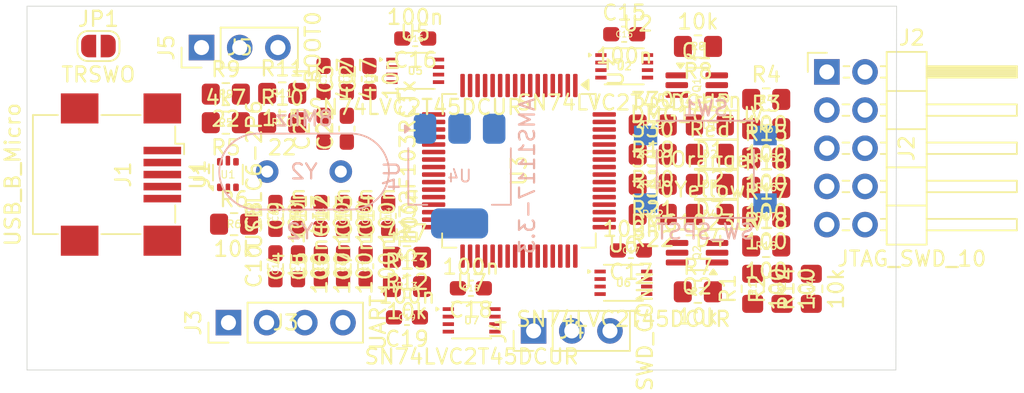
<source format=kicad_pcb>
(kicad_pcb (version 20240108) (generator "pcbnew") (generator_version "8.0")
  (layers (0 "F.Cu" signal) (31 "B.Cu" signal) (34 "B.Paste" user) (35 "F.Paste" user) (36 "B.SilkS" user "B.Silkscreen") (37 "F.SilkS" user "F.Silkscreen") (38 "B.Mask" user) (39 "F.Mask" user) (44 "Edge.Cuts" user))
  (net 0 "")
  (net 1 "+5V")
  (net 2 "GND")
  (net 3 "+3.3V")
  (net 4 "XPWR_JTAG")
  (net 5 "FILTERED_JTAG_PWR")
  (net 6 "Net-(D1-A)")
  (net 7 "Net-(D2-A)")
  (net 8 "Net-(D3-A)")
  (net 9 "Net-(D4-A)")
  (net 10 "Net-(J1-D+)")
  (net 11 "Net-(J1-D-)")
  (net 12 "/TDO")
  (net 13 "/RST")
  (net 14 "PWR_JTAG")
  (net 15 "/TMS")
  (net 16 "/TDI")
  (net 17 "/TCK")
  (net 19 "Net-(J3-Pin_2)")
  (net 20 "Net-(J3-Pin_3)")
  (net 21 "/SWDIO")
  (net 22 "/SWCLK")
  (net 23 "/BOOT0")
  (net 24 "/TRSWO")
  (net 25 "ITDO")
  (net 26 "XRST")
  (net 27 "IRST")
  (net 28 "IRST_SENSE")
  (net 29 "Net-(Q2A-S)")
  (net 30 "PWR_BRKOUT")
  (net 31 "XTXD")
  (net 32 "XRXD")
  (net 33 "VBUS")
  (net 34 "/USB+")
  (net 35 "Net-(R11-Pad1)")
  (net 36 "/USB-")
  (net 37 "Net-(R10-Pad1)")
  (net 38 "Net-(U3-PA8)")
  (net 39 "Net-(SW1-B)")
  (net 40 "XTCK")
  (net 41 "XTMS")
  (net 42 "XTDO")
  (net 43 "XTDI")
  (net 44 "LED2")
  (net 45 "LED1")
  (net 46 "LED0")
  (net 47 "ITXD")
  (net 50 "ITMS")
  (net 53 "Net-(U3-PD0)")
  (net 54 "Net-(U3-PD1)")
  (net 57 "ITMS_DIR")
  (net 67 "IRXD")
  (net 68 "ITDI")
  (net 70 "ITCK")
  (footprint "Capacitor_SMD:C_0603_1608Metric_Pad1.08x0.95mm_HandSolder" (layer "F.Cu") (at 130.675001 91.9 90)
    (property "Reference" "C8" (at -0.000001 -1.429999 270) (layer "F.SilkS"))
    (property "Value" "100n" (at 0.000001 1.429999 270) (layer "F.SilkS"))
    (fp_text user "${REFERENCE}" (at 0 0 270) (layer "F.SilkS") (effects (font (size 0.4 0.4) (thickness 0.06))))
    (pad "1" smd roundrect (at -0.8625 0 90) (size 1.075 0.95) (layers "F.Cu" "F.Paste" "F.Mask") (net 3 "+3.3V"))
    (pad "2" smd roundrect (at 0.8625 0 90) (size 1.075 0.95) (layers "F.Cu" "F.Paste" "F.Mask") (net 2 "GND"))
  )
  (footprint "Connector_PinHeader_2.54mm:PinHeader_1x04_P2.54mm_Vertical" (layer "F.Cu") (at 127.55 99.000001 90)
    (property "Reference" "J3" (at 0 -2.33 270) (layer "F.SilkS"))
    (property "Value" "UART" (at 0 9.95 270) (layer "F.SilkS"))
    (fp_text user "${REFERENCE}" (at 0 3.809999 0) (layer "F.SilkS"))
    (pad "1" thru_hole rect (at 0 0 90) (size 1.7 1.7) (drill 1) (layers "*.Cu" "*.Mask") (net 14 "PWR_JTAG"))
    (pad "2" thru_hole oval (at -0.000001 2.540001 90) (size 1.7 1.7) (drill 1) (layers "*.Cu" "*.Mask") (net 19 "Net-(J3-Pin_2)"))
    (pad "3" thru_hole oval (at 0 5.08 90) (size 1.7 1.7) (drill 1) (layers "*.Cu" "*.Mask") (net 20 "Net-(J3-Pin_3)"))
    (pad "4" thru_hole oval (at 0 7.62 90) (size 1.7 1.7) (drill 1) (layers "*.Cu" "*.Mask") (net 2 "GND"))
  )
  (footprint "Resistor_SMD:R_0805_2012Metric_Pad1.20x1.40mm_HandSolder" (layer "F.Cu") (at 139.425002 96.599999)
    (property "Reference" "R13" (at 0 -1.65 0) (layer "F.SilkS"))
    (property "Value" "10k" (at 0 1.65 0) (layer "F.SilkS"))
    (fp_text user "${REFERENCE}" (at 0 0 0) (layer "F.SilkS") (effects (font (size 0.5 0.5) (thickness 0.08))))
    (pad "1" smd roundrect (at -1 0) (size 1.2 1.4) (layers "F.Cu" "F.Paste" "F.Mask") (roundrect_rratio 0.208333) (net 2 "GND"))
    (pad "2" smd roundrect (at 1 0) (size 1.2 1.4) (layers "F.Cu" "F.Paste" "F.Mask") (roundrect_rratio 0.208333) (net 5 "FILTERED_JTAG_PWR"))
  )
  (footprint "Resistor_SMD:R_0805_2012Metric_Pad1.20x1.40mm_HandSolder" (layer "F.Cu") (at 127.375002 83.799999)
    (property "Reference" "R9" (at 0 -1.65 0) (layer "F.SilkS"))
    (property "Value" "22" (at 0 1.65 0) (layer "F.SilkS"))
    (fp_text user "${REFERENCE}" (at 0 0 0) (layer "F.SilkS") (effects (font (size 0.5 0.5) (thickness 0.08))))
    (pad "1" smd roundrect (at -1 0) (size 1.2 1.4) (layers "F.Cu" "F.Paste" "F.Mask") (roundrect_rratio 0.208333) (net 35 "Net-(R11-Pad1)"))
    (pad "2" smd roundrect (at 1 0) (size 1.2 1.4) (layers "F.Cu" "F.Paste" "F.Mask") (roundrect_rratio 0.208333) (net 34 "/USB+"))
  )
  (footprint "Resistor_SMD:R_0805_2012Metric_Pad1.20x1.40mm_HandSolder" (layer "F.Cu") (at 139.425002 94.649999 180)
    (property "Reference" "R12" (at 0 -1.649998 180) (layer "F.SilkS"))
    (property "Value" "4k7" (at 0 1.649998 180) (layer "F.SilkS"))
    (fp_text user "${REFERENCE}" (at 0 0 180) (layer "F.SilkS") (effects (font (size 0.5 0.5) (thickness 0.08))))
    (pad "1" smd roundrect (at -1 0 180) (size 1.2 1.4) (layers "F.Cu" "F.Paste" "F.Mask") (roundrect_rratio 0.208333) (net 5 "FILTERED_JTAG_PWR"))
    (pad "2" smd roundrect (at 1 0 180) (size 1.2 1.4) (layers "F.Cu" "F.Paste" "F.Mask") (roundrect_rratio 0.208333) (net 14 "PWR_JTAG"))
  )
  (footprint "Resistor_SMD:R_0805_2012Metric_Pad1.20x1.40mm_HandSolder" (layer "F.Cu") (at 163.325002 93.899999)
    (property "Reference" "R18" (at 0 -1.65 0) (layer "F.SilkS"))
    (property "Value" "100" (at 0 1.65 0) (layer "F.SilkS"))
    (fp_text user "${REFERENCE}" (at 0 0 0) (layer "F.SilkS") (effects (font (size 0.5 0.5) (thickness 0.08))))
    (pad "1" smd roundrect (at -1 0) (size 1.2 1.4) (layers "F.Cu" "F.Paste" "F.Mask") (roundrect_rratio 0.208333) (net 43 "XTDI"))
    (pad "2" smd roundrect (at 1 0) (size 1.2 1.4) (layers "F.Cu" "F.Paste" "F.Mask") (roundrect_rratio 0.208333) (net 16 "/TDI"))
  )
  (footprint "LED_SMD:LED_0805_2012Metric_Pad1.15x1.40mm_HandSolder" (layer "F.Cu") (at 159.575002 89.799999 180)
    (property "Reference" "D3" (at 0 -1.649998 180) (layer "F.SilkS"))
    (property "Value" "Orange" (at 0 1.649998 180) (layer "F.SilkS"))
    (fp_text user "${REFERENCE}" (at 0 0 180) (layer "F.SilkS") (effects (font (size 0.5 0.5) (thickness 0.08))))
    (pad "1" smd roundrect (at -1.024998 -0.000001 180) (size 1.15 1.4) (layers "F.Cu" "F.Paste" "F.Mask") (roundrect_rratio 0.217391) (net 2 "GND"))
    (pad "2" smd roundrect (at 1.024998 0.000001 180) (size 1.15 1.4) (layers "F.Cu" "F.Paste" "F.Mask") (roundrect_rratio 0.217391) (net 8 "Net-(D3-A)"))
  )
  (footprint "Resistor_SMD:R_0805_2012Metric_Pad1.20x1.40mm_HandSolder" (layer "F.Cu") (at 163.325002 88.049999)
    (property "Reference" "R15" (at 0 -1.65 0) (layer "F.SilkS"))
    (property "Value" "100" (at 0 1.65 0) (layer "F.SilkS"))
    (fp_text user "${REFERENCE}" (at 0 0 0) (layer "F.SilkS") (effects (font (size 0.5 0.5) (thickness 0.08))))
    (pad "1" smd roundrect (at -1 0) (size 1.2 1.4) (layers "F.Cu" "F.Paste" "F.Mask") (roundrect_rratio 0.208333) (net 40 "XTCK"))
    (pad "2" smd roundrect (at 1 0) (size 1.2 1.4) (layers "F.Cu" "F.Paste" "F.Mask") (roundrect_rratio 0.208333) (net 17 "/TCK"))
  )
  (footprint "Resistor_SMD:R_0805_2012Metric_Pad1.20x1.40mm_HandSolder" (layer "F.Cu") (at 155.775002 91.799999 180)
    (property "Reference" "R22" (at 0 -1.649998 180) (layer "F.SilkS"))
    (property "Value" "330" (at 0 1.649998 180) (layer "F.SilkS"))
    (fp_text user "${REFERENCE}" (at 0 0 180) (layer "F.SilkS") (effects (font (size 0.5 0.5) (thickness 0.08))))
    (pad "1" smd roundrect (at -1 0 180) (size 1.2 1.4) (layers "F.Cu" "F.Paste" "F.Mask") (roundrect_rratio 0.208333) (net 9 "Net-(D4-A)"))
    (pad "2" smd roundrect (at 1 0 180) (size 1.2 1.4) (layers "F.Cu" "F.Paste" "F.Mask") (roundrect_rratio 0.208333) (net 46 "LED0"))
  )
  (footprint "Capacitor_SMD:C_0603_1608Metric_Pad1.08x0.95mm_HandSolder" (layer "F.Cu") (at 136.675001 95.250001 90)
    (property "Reference" "C7" (at -0.000001 -1.429999 270) (layer "F.SilkS"))
    (property "Value" "100n" (at 0.000001 1.429999 270) (layer "F.SilkS"))
    (fp_text user "${REFERENCE}" (at 0 0 270) (layer "F.SilkS") (effects (font (size 0.4 0.4) (thickness 0.06))))
    (pad "1" smd roundrect (at -0.8625 0 90) (size 1.075 0.95) (layers "F.Cu" "F.Paste" "F.Mask") (net 3 "+3.3V"))
    (pad "2" smd roundrect (at 0.8625 0 90) (size 1.075 0.95) (layers "F.Cu" "F.Paste" "F.Mask") (net 2 "GND"))
  )
  (footprint "Resistor_SMD:R_0805_2012Metric_Pad1.20x1.40mm_HandSolder" (layer "F.Cu") (at 166.325002 96.75 90)
    (property "Reference" "R14" (at -0.000001 -1.65 270) (layer "F.SilkS"))
    (property "Value" "10k" (at 0.000001 1.65 270) (layer "F.SilkS"))
    (fp_text user "${REFERENCE}" (at 0 0 270) (layer "F.SilkS") (effects (font (size 0.5 0.5) (thickness 0.08))))
    (pad "1" smd roundrect (at -1 0 90) (size 1.2 1.4) (layers "F.Cu" "F.Paste" "F.Mask") (roundrect_rratio 0.208333) (net 3 "+3.3V"))
    (pad "2" smd roundrect (at 1 0 90) (size 1.2 1.4) (layers "F.Cu" "F.Paste" "F.Mask") (roundrect_rratio 0.208333) (net 39 "Net-(SW1-B)"))
  )
  (footprint "Package_TO_SOT_SMD:SOT-363_SC-70-6_Handsoldering" (layer "F.Cu") (at 158.725002 94.349999 180)
    (property "Reference" "Q2" (at 0 -2.25 180) (layer "F.SilkS"))
    (property "Value" "DMG1023UV" (at 0 2 180) (layer "F.SilkS"))
    (fp_text user "${REFERENCE}" (at 0 0 -90) (layer "F.SilkS") (effects (font (size 0.5 0.5) (thickness 0.075))))
    (pad "1" smd roundrect (at -1.33 -0.65 180) (size 1.5 0.4) (layers "F.Cu" "F.Paste" "F.Mask") (net 29 "Net-(Q2A-S)"))
    (pad "2" smd roundrect (at -1.330002 0.000001 180) (size 1.5 0.4) (layers "F.Cu" "F.Paste" "F.Mask") (net 30 "PWR_BRKOUT"))
    (pad "3" smd roundrect (at -1.329998 0.649999 180) (size 1.5 0.4) (layers "F.Cu" "F.Paste" "F.Mask") (net 14 "PWR_JTAG"))
    (pad "4" smd roundrect (at 1.33 0.65 180) (size 1.5 0.4) (layers "F.Cu" "F.Paste" "F.Mask") (net 29 "Net-(Q2A-S)"))
    (pad "5" smd roundrect (at 1.330002 -0.000001 180) (size 1.5 0.4) (layers "F.Cu" "F.Paste" "F.Mask") (net 30 "PWR_BRKOUT"))
    (pad "6" smd roundrect (at 1.329998 -0.649999 180) (size 1.5 0.4) (layers "F.Cu" "F.Paste" "F.Mask") (net 3 "+3.3V"))
  )
  (footprint "Capacitor_SMD:C_0603_1608Metric_Pad1.08x0.95mm_HandSolder" (layer "F.Cu") (at 133.875002 86.099999 90)
    (property "Reference" "C20" (at -0.000001 -1.429999 270) (layer "F.SilkS"))
    (property "Value" "20p")
    (pad "1" smd roundrect (at -0.8625 0 90) (size 1.075 0.95) (layers "F.Cu" "F.Paste" "F.Mask") (net 53 "Net-(U3-PD0)"))
    (pad "2" smd roundrect (at 0.8625 0 90) (size 1.075 0.95) (layers "F.Cu" "F.Paste" "F.Mask") (net 2 "GND"))
  )
  (footprint "Capacitor_SMD:C_0603_1608Metric_Pad1.08x0.95mm_HandSolder" (layer "F.Cu") (at 135.175003 95.25 90)
    (property "Reference" "C6" (at -0.000001 -1.429999 270) (layer "F.SilkS"))
    (property "Value" "100n" (at 0.000001 1.429999 270) (layer "F.SilkS"))
    (fp_text user "${REFERENCE}" (at 0 0 270) (layer "F.SilkS") (effects (font (size 0.4 0.4) (thickness 0.06))))
    (pad "1" smd roundrect (at -0.8625 0 90) (size 1.075 0.95) (layers "F.Cu" "F.Paste" "F.Mask") (net 3 "+3.3V"))
    (pad "2" smd roundrect (at 0.8625 0 90) (size 1.075 0.95) (layers "F.Cu" "F.Paste" "F.Mask") (net 2 "GND"))
  )
  (footprint "Resistor_SMD:R_0805_2012Metric_Pad1.20x1.40mm_HandSolder" (layer "F.Cu") (at 131.125002 83.749999)
    (property "Reference" "R11" (at 0 -1.65 0) (layer "F.SilkS"))
    (property "Value" "1k5" (at 0 1.65 0) (layer "F.SilkS"))
    (fp_text user "${REFERENCE}" (at 0 0 0) (layer "F.SilkS") (effects (font (size 0.5 0.5) (thickness 0.08))))
    (pad "1" smd roundrect (at -1 0) (size 1.2 1.4) (layers "F.Cu" "F.Paste" "F.Mask") (roundrect_rratio 0.208333) (net 35 "Net-(R11-Pad1)"))
    (pad "2" smd roundrect (at 1 0) (size 1.2 1.4) (layers "F.Cu" "F.Paste" "F.Mask") (roundrect_rratio 0.208333) (net 38 "Net-(U3-PA8)"))
  )
  (footprint "Capacitor_SMD:C_0603_1608Metric_Pad1.08x0.95mm_HandSolder" (layer "F.Cu") (at 133.695002 95.249999 90)
    (property "Reference" "C5" (at -0.000001 -1.429999 270) (layer "F.SilkS"))
    (property "Value" "100n" (at 0.000001 1.429999 270) (layer "F.SilkS"))
    (fp_text user "${REFERENCE}" (at 0 0 270) (layer "F.SilkS") (effects (font (size 0.4 0.4) (thickness 0.06))))
    (pad "1" smd roundrect (at -0.8625 0 90) (size 1.075 0.95) (layers "F.Cu" "F.Paste" "F.Mask") (net 3 "+3.3V"))
    (pad "2" smd roundrect (at 0.8625 0 90) (size 1.075 0.95) (layers "F.Cu" "F.Paste" "F.Mask") (net 2 "GND"))
  )
  (footprint "Capacitor_SMD:C_0603_1608Metric_Pad1.08x0.95mm_HandSolder" (layer "F.Cu") (at 153.877502 79.814999)
    (property "Reference" "C15" (at 0 -1.43 0) (layer "F.SilkS"))
    (property "Value" "100n" (at 0 1.43 0) (layer "F.SilkS"))
    (fp_text user "${REFERENCE}" (at 0 0 0) (layer "F.SilkS") (effects (font (size 0.4 0.4) (thickness 0.06))))
    (pad "1" smd roundrect (at -0.8625 0) (size 1.075 0.95) (layers "F.Cu" "F.Paste" "F.Mask") (net 4 "XPWR_JTAG"))
    (pad "2" smd roundrect (at 0.8625 0) (size 1.075 0.95) (layers "F.Cu" "F.Paste" "F.Mask") (net 2 "GND"))
  )
  (footprint "Resistor_SMD:R_0805_2012Metric_Pad1.20x1.40mm_HandSolder" (layer "F.Cu") (at 163.325002 84.149999)
    (property "Reference" "R4" (at 0 -1.65 0) (layer "F.SilkS"))
    (property "Value" "100" (at 0 1.65 0) (layer "F.SilkS"))
    (fp_text user "${REFERENCE}" (at 0 0 0) (layer "F.SilkS") (effects (font (size 0.5 0.5) (thickness 0.08))))
    (pad "1" smd roundrect (at -1 0) (size 1.2 1.4) (layers "F.Cu" "F.Paste" "F.Mask") (roundrect_rratio 0.208333) (net 26 "XRST"))
    (pad "2" smd roundrect (at 1 0) (size 1.2 1.4) (layers "F.Cu" "F.Paste" "F.Mask") (roundrect_rratio 0.208333) (net 13 "/RST"))
  )
  (footprint "Capacitor_SMD:C_0603_1608Metric_Pad1.08x0.95mm_HandSolder" (layer "F.Cu") (at 136.675002 91.899999 90)
    (property "Reference" "C13" (at -0.000001 -1.429999 270) (layer "F.SilkS"))
    (property "Value" "100n" (at 0.000001 1.429999 270) (layer "F.SilkS"))
    (fp_text user "${REFERENCE}" (at 0 0 270) (layer "F.SilkS") (effects (font (size 0.4 0.4) (thickness 0.06))))
    (pad "1" smd roundrect (at -0.8625 0 90) (size 1.075 0.95) (layers "F.Cu" "F.Paste" "F.Mask") (net 3 "+3.3V"))
    (pad "2" smd roundrect (at 0.8625 0 90) (size 1.075 0.95) (layers "F.Cu" "F.Paste" "F.Mask") (net 2 "GND"))
  )
  (footprint "Capacitor_SMD:C_0603_1608Metric_Pad1.08x0.95mm_HandSolder" (layer "F.Cu") (at 138.175002 91.899999 90)
    (property "Reference" "C14" (at -0.000001 -1.429999 270) (layer "F.SilkS"))
    (property "Value" "100n" (at 0.000001 1.429999 270) (layer "F.SilkS"))
    (fp_text user "${REFERENCE}" (at 0 0 270) (layer "F.SilkS") (effects (font (size 0.4 0.4) (thickness 0.06))))
    (pad "1" smd roundrect (at -0.8625 0 90) (size 1.075 0.95) (layers "F.Cu" "F.Paste" "F.Mask") (net 3 "+3.3V"))
    (pad "2" smd roundrect (at 0.8625 0 90) (size 1.075 0.95) (layers "F.Cu" "F.Paste" "F.Mask") (net 2 "GND"))
  )
  (footprint "Capacitor_SMD:C_0603_1608Metric_Pad1.08x0.95mm_HandSolder" (layer "F.Cu") (at 133.875001 82.787499 90)
    (property "Reference" "C1" (at -0.000001 -1.429999 270) (layer "F.SilkS"))
    (property "Value" "4u7" (at 0.000001 1.429999 270) (layer "F.SilkS"))
    (fp_text user "${REFERENCE}" (at 0 0 270) (layer "F.SilkS") (effects (font (size 0.4 0.4) (thickness 0.06))))
    (pad "1" smd roundrect (at -0.8625 0 90) (size 1.075 0.95) (layers "F.Cu" "F.Paste" "F.Mask") (net 1 "+5V"))
    (pad "2" smd roundrect (at 0.8625 0 90) (size 1.075 0.95) (layers "F.Cu" "F.Paste" "F.Mask") (net 2 "GND"))
  )
  (footprint "Package_SO:VSSOP-8_2.4x2.1mm_P0.5mm" (layer "F.Cu") (at 153.825002 96.349999)
    (property "Reference" "U6" (at 0 -2.54 0) (layer "F.SilkS"))
    (property "Value" "SN74LVC2T45DCUR" (at 0 2.413 0) (layer "F.SilkS"))
    (fp_text user "${REFERENCE}" (at 0 0 0) (layer "F.SilkS") (effects (font (size 0.5 0.5) (thickness 0.1))))
    (pad "1" smd rect (at -1.55 -0.75) (size 0.75 0.25) (layers "F.Cu" "F.Paste" "F.Mask") (net 3 "+3.3V"))
    (pad "2" smd rect (at -1.55 -0.25) (size 0.75 0.25) (layers "F.Cu" "F.Paste" "F.Mask") (net 25 "ITDO"))
    (pad "3" smd rect (at -1.55 0.25) (size 0.75 0.25) (layers "F.Cu" "F.Paste" "F.Mask") (net 67 "IRXD"))
    (pad "4" smd rect (at -1.55 0.75) (size 0.75 0.25) (layers "F.Cu" "F.Paste" "F.Mask") (net 2 "GND"))
    (pad "5" smd rect (at 1.55 0.75) (size 0.75 0.25) (layers "F.Cu" "F.Paste" "F.Mask") (net 2 "GND"))
    (pad "6" smd rect (at 1.55 0.25) (size 0.75 0.25) (layers "F.Cu" "F.Paste" "F.Mask") (net 32 "XRXD"))
    (pad "7" smd rect (at 1.55 -0.25) (size 0.75 0.25) (layers "F.Cu" "F.Paste" "F.Mask") (net 42 "XTDO"))
    (pad "8" smd rect (at 1.55 -0.75) (size 0.75 0.25) (layers "F.Cu" "F.Paste" "F.Mask") (net 4 "XPWR_JTAG"))
  )
  (footprint "Capacitor_SMD:C_0603_1608Metric_Pad1.08x0.95mm_HandSolder" (layer "F.Cu") (at 135.175002 91.899999 90)
    (property "Reference" "C12" (at -0.000001 -1.429999 270) (layer "F.SilkS"))
    (property "Value" "100n" (at 0.000001 1.429999 270) (layer "F.SilkS"))
    (fp_text user "${REFERENCE}" (at 0 0 270) (layer "F.SilkS") (effects (font (size 0.4 0.4) (thickness 0.06))))
    (pad "1" smd roundrect (at -0.8625 0 90) (size 1.075 0.95) (layers "F.Cu" "F.Paste" "F.Mask") (net 3 "+3.3V"))
    (pad "2" smd roundrect (at 0.8625 0 90) (size 1.075 0.95) (layers "F.Cu" "F.Paste" "F.Mask") (net 2 "GND"))
  )
  (footprint "Package_QFP:LQFP-64_10x10mm_P0.5mm" (layer "F.Cu") (at 146.875002 88.899999 -90)
    (property "Reference" "U3" (at -6.6 -6.449999 90) (layer "F.SilkS"))
    (property "Value" "STM32F103RCTx" (at 0 7.4 90) (layer "F.SilkS"))
    (fp_text user "${REFERENCE}" (at 0 0 90) (layer "F.SilkS"))
    (pad "1" smd roundrect (at -5.674999 -3.75 270) (size 1.55 0.3) (layers "F.Cu" "F.Paste" "F.Mask") (net 3 "+3.3V"))
    (pad "2" smd roundrect (at -5.675 -3.25 270) (size 1.55 0.3) (layers "F.Cu" "F.Paste" "F.Mask"))
    (pad "3" smd roundrect (at -5.675 -2.75 270) (size 1.55 0.3) (layers "F.Cu" "F.Paste" "F.Mask"))
    (pad "4" smd roundrect (at -5.675 -2.25 270) (size 1.55 0.3) (layers "F.Cu" "F.Paste" "F.Mask"))
    (pad "5" smd roundrect (at -5.674997 -1.75 270) (size 1.55 0.3) (layers "F.Cu" "F.Paste" "F.Mask") (net 53 "Net-(U3-PD0)"))
    (pad "6" smd roundrect (at -5.675 -1.249998 270) (size 1.55 0.3) (layers "F.Cu" "F.Paste" "F.Mask") (net 54 "Net-(U3-PD1)"))
    (pad "7" smd roundrect (at -5.675 -0.75 270) (size 1.55 0.3) (layers "F.Cu" "F.Paste" "F.Mask") (net 13 "/RST"))
    (pad "8" smd roundrect (at -5.675001 -0.249999 270) (size 1.55 0.3) (layers "F.Cu" "F.Paste" "F.Mask"))
    (pad "9" smd roundrect (at -5.674999 0.249998 270) (size 1.55 0.3) (layers "F.Cu" "F.Paste" "F.Mask"))
    (pad "10" smd roundrect (at -5.675 0.75 270) (size 1.55 0.3) (layers "F.Cu" "F.Paste" "F.Mask"))
    (pad "11" smd roundrect (at -5.675 1.249998 270) (size 1.55 0.3) (layers "F.Cu" "F.Paste" "F.Mask"))
    (pad "12" smd roundrect (at -5.674997 1.749999 270) (size 1.55 0.3) (layers "F.Cu" "F.Paste" "F.Mask") (net 2 "GND"))
    (pad "13" smd roundrect (at -5.675 2.25 270) (size 1.55 0.3) (layers "F.Cu" "F.Paste" "F.Mask") (net 3 "+3.3V"))
    (pad "14" smd roundrect (at -5.675 2.75 270) (size 1.55 0.3) (layers "F.Cu" "F.Paste" "F.Mask"))
    (pad "15" smd roundrect (at -5.674999 3.250001 270) (size 1.55 0.3) (layers "F.Cu" "F.Paste" "F.Mask") (net 57 "ITMS_DIR"))
    (pad "16" smd roundrect (at -5.674999 3.75 270) (size 1.55 0.3) (layers "F.Cu" "F.Paste" "F.Mask") (net 27 "IRST"))
    (pad "17" smd roundrect (at -3.75 5.674999 270) (size 0.3 1.55) (layers "F.Cu" "F.Paste" "F.Mask") (net 68 "ITDI"))
    (pad "18" smd roundrect (at -3.25 5.675 270) (size 0.3 1.55) (layers "F.Cu" "F.Paste" "F.Mask") (net 2 "GND"))
    (pad "19" smd roundrect (at -2.75 5.675 270) (size 0.3 1.55) (layers "F.Cu" "F.Paste" "F.Mask") (net 3 "+3.3V"))
    (pad "20" smd roundrect (at -2.25 5.675 270) (size 0.3 1.55) (layers "F.Cu" "F.Paste" "F.Mask") (net 50 "ITMS"))
    (pad "21" smd roundrect (at -1.75 5.674997 270) (size 0.3 1.55) (layers "F.Cu" "F.Paste" "F.Mask") (net 70 "ITCK"))
    (pad "22" smd roundrect (at -1.249998 5.675 270) (size 0.3 1.55) (layers "F.Cu" "F.Paste" "F.Mask") (net 25 "ITDO"))
    (pad "23" smd roundrect (at -0.75 5.675 270) (size 0.3 1.55) (layers "F.Cu" "F.Paste" "F.Mask") (net 28 "IRST_SENSE"))
    (pad "24" smd roundrect (at -0.249999 5.675001 270) (size 0.3 1.55) (layers "F.Cu" "F.Paste" "F.Mask"))
    (pad "25" smd roundrect (at 0.249998 5.674999 270) (size 0.3 1.55) (layers "F.Cu" "F.Paste" "F.Mask"))
    (pad "26" smd roundrect (at 0.75 5.675 270) (size 0.3 1.55) (layers "F.Cu" "F.Paste" "F.Mask") (net 5 "FILTERED_JTAG_PWR"))
    (pad "27" smd roundrect (at 1.249998 5.675 270) (size 0.3 1.55) (layers "F.Cu" "F.Paste" "F.Mask") (net 30 "PWR_BRKOUT"))
    (pad "28" smd roundrect (at 1.749999 5.674997 270) (size 0.3 1.55) (layers "F.Cu" "F.Paste" "F.Mask") (net 46 "LED0"))
    (pad "29" smd roundrect (at 2.25 5.675 270) (size 0.3 1.55) (layers "F.Cu" "F.Paste" "F.Mask") (net 45 "LED1"))
    (pad "30" smd roundrect (at 2.75 5.675 270) (size 0.3 1.55) (layers "F.Cu" "F.Paste" "F.Mask") (net 44 "LED2"))
    (pad "31" smd roundrect (at 3.250001 5.674999 270) (size 0.3 1.55) (layers "F.Cu" "F.Paste" "F.Mask") (net 2 "GND"))
    (pad "32" smd roundrect (at 3.75 5.674999 270) (size 0.3 1.55) (layers "F.Cu" "F.Paste" "F.Mask") (net 3 "+3.3V"))
    (pad "33" smd roundrect (at 5.674999 3.75 270) (size 1.55 0.3) (layers "F.Cu" "F.Paste" "F.Mask") (net 39 "Net-(SW1-B)"))
    (pad "34" smd roundrect (at 5.675 3.25 270) (size 1.55 0.3) (layers "F.Cu" "F.Paste" "F.Mask") (net 33 "VBUS"))
    (pad "35" smd roundrect (at 5.675 2.75 270) (size 1.55 0.3) (layers "F.Cu" "F.Paste" "F.Mask"))
    (pad "36" smd roundrect (at 5.675 2.25 270) (size 1.55 0.3) (layers "F.Cu" "F.Paste" "F.Mask"))
    (pad "37" smd roundrect (at 5.674997 1.75 270) (size 1.55 0.3) (layers "F.Cu" "F.Paste" "F.Mask"))
    (pad "38" smd roundrect (at 5.675 1.249998 270) (size 1.55 0.3) (layers "F.Cu" "F.Paste" "F.Mask"))
    (pad "39" smd roundrect (at 5.675 0.75 270) (size 1.55 0.3) (layers "F.Cu" "F.Paste" "F.Mask"))
    (pad "40" smd roundrect (at 5.675001 0.249999 270) (size 1.55 0.3) (layers "F.Cu" "F.Paste" "F.Mask"))
    (pad "41" smd roundrect (at 5.674999 -0.249998 270) (size 1.55 0.3) (layers "F.Cu" "F.Paste" "F.Mask") (net 38 "Net-(U3-PA8)"))
    (pad "42" smd roundrect (at 5.675 -0.75 270) (size 1.55 0.3) (layers "F.Cu" "F.Paste" "F.Mask") (net 47 "ITXD"))
    (pad "43" smd roundrect (at 5.675 -1.249998 270) (size 1.55 0.3) (layers "F.Cu" "F.Paste" "F.Mask") (net 67 "IRXD"))
    (pad "44" smd roundrect (at 5.674997 -1.749999 270) (size 1.55 0.3) (layers "F.Cu" "F.Paste" "F.Mask") (net 36 "/USB-"))
    (pad "45" smd roundrect (at 5.675 -2.25 270) (size 1.55 0.3) (layers "F.Cu" "F.Paste" "F.Mask") (net 34 "/USB+"))
    (pad "46" smd roundrect (at 5.675 -2.75 270) (size 1.55 0.3) (layers "F.Cu" "F.Paste" "F.Mask") (net 21 "/SWDIO"))
    (pad "47" smd roundrect (at 5.674999 -3.250001 270) (size 1.55 0.3) (layers "F.Cu" "F.Paste" "F.Mask") (net 2 "GND"))
    (pad "48" smd roundrect (at 5.674999 -3.75 270) (size 1.55 0.3) (layers "F.Cu" "F.Paste" "F.Mask") (net 3 "+3.3V"))
    (pad "49" smd roundrect (at 3.75 -5.674999 270) (size 0.3 1.55) (layers "F.Cu" "F.Paste" "F.Mask") (net 22 "/SWCLK"))
    (pad "50" smd roundrect (at 3.25 -5.675 270) (size 0.3 1.55) (layers "F.Cu" "F.Paste" "F.Mask"))
    (pad "51" smd roundrect (at 2.75 -5.675 270) (size 0.3 1.55) (layers "F.Cu" "F.Paste" "F.Mask"))
    (pad "52" smd roundrect (at 2.25 -5.675 270) (size 0.3 1.55) (layers "F.Cu" "F.Paste" "F.Mask"))
    (pad "53" smd roundrect (at 1.75 -5.674997 270) (size 0.3 1.55) (layers "F.Cu" "F.Paste" "F.Mask"))
    (pad "54" smd roundrect (at 1.249998 -5.675 270) (size 0.3 1.55) (layers "F.Cu" "F.Paste" "F.Mask"))
    (pad "55" smd roundrect (at 0.75 -5.675 270) (size 0.3 1.55) (layers "F.Cu" "F.Paste" "F.Mask") (net 12 "/TDO"))
    (pad "56" smd roundrect (at 0.249999 -5.675001 270) (size 0.3 1.55) (layers "F.Cu" "F.Paste" "F.Mask") (net 3 "+3.3V"))
    (pad "57" smd roundrect (at -0.249998 -5.674999 270) (size 0.3 1.55) (layers "F.Cu" "F.Paste" "F.Mask") (net 3 "+3.3V"))
    (pad "58" smd roundrect (at -0.75 -5.675 270) (size 0.3 1.55) (layers "F.Cu" "F.Paste" "F.Mask") (net 3 "+3.3V"))
    (pad "59" smd roundrect (at -1.249998 -5.675 270) (size 0.3 1.55) (layers "F.Cu" "F.Paste" "F.Mask") (net 24 "/TRSWO"))
    (pad "60" smd roundrect (at -1.749999 -5.674997 270) (size 0.3 1.55) (layers "F.Cu" "F.Paste" "F.Mask") (net 23 "/BOOT0"))
    (pad "61" smd roundrect (at -2.25 -5.675 270) (size 0.3 1.55) (layers "F.Cu" "F.Paste" "F.Mask"))
    (pad "62" smd roundrect (at -2.75 -5.675 270) (size 0.3 1.55) (layers "F.Cu" "F.Paste" "F.Mask"))
    (pad "63" smd roundrect (at -3.250001 -5.674999 270) (size 0.3 1.55) (layers "F.Cu" "F.Paste" "F.Mask") (net 2 "GND"))
    (pad "64" smd roundrect (at -3.75 -5.674999 270) (size 0.3 1.55) (layers "F.Cu" "F.Paste" "F.Mask") (net 3 "+3.3V"))
  )
  (footprint "LED_SMD:LED_0805_2012Metric_Pad1.15x1.40mm_HandSolder" (layer "F.Cu") (at 159.575002 85.849999 180)
    (property "Reference" "D1" (at 0 -1.649998 180) (layer "F.SilkS"))
    (property "Value" "Green" (at 0 1.649998 180) (layer "F.SilkS"))
    (fp_text user "${REFERENCE}" (at 0 0 180) (layer "F.SilkS") (effects (font (size 0.5 0.5) (thickness 0.08))))
    (pad "1" smd roundrect (at -1.024998 -0.000001 180) (size 1.15 1.4) (layers "F.Cu" "F.Paste" "F.Mask") (roundrect_rratio 0.217391) (net 2 "GND"))
    (pad "2" smd roundrect (at 1.024998 0.000001 180) (size 1.15 1.4) (layers "F.Cu" "F.Paste" "F.Mask") (roundrect_rratio 0.217391) (net 6 "Net-(D1-A)"))
  )
  (footprint "Resistor_SMD:R_0805_2012Metric_Pad1.20x1.40mm_HandSolder" (layer "F.Cu") (at 155.775002 89.799999 180)
    (property "Reference" "R21" (at 0 -1.649998 180) (layer "F.SilkS"))
    (property "Value" "330" (at 0 1.649998 180) (layer "F.SilkS"))
    (fp_text user "${REFERENCE}" (at 0 0 180) (layer "F.SilkS") (effects (font (size 0.5 0.5) (thickness 0.08))))
    (pad "1" smd roundrect (at -1 0 180) (size 1.2 1.4) (layers "F.Cu" "F.Paste" "F.Mask") (roundrect_rratio 0.208333) (net 8 "Net-(D3-A)"))
    (pad "2" smd roundrect (at 1 0 180) (size 1.2 1.4) (layers "F.Cu" "F.Paste" "F.Mask") (roundrect_rratio 0.208333) (net 45 "LED1"))
  )
  (footprint "Resistor_SMD:R_0805_2012Metric_Pad1.20x1.40mm_HandSolder" (layer "F.Cu") (at 158.785002 80.624999 180)
    (property "Reference" "R8" (at 0 -1.649998 180) (layer "F.SilkS"))
    (property "Value" "10k" (at 0 1.649998 180) (layer "F.SilkS"))
    (fp_text user "${REFERENCE}" (at 0 0 180) (layer "F.SilkS") (effects (font (size 0.5 0.5) (thickness 0.08))))
    (pad "1" smd roundrect (at -1 0 180) (size 1.2 1.4) (layers "F.Cu" "F.Paste" "F.Mask") (roundrect_rratio 0.208333) (net 26 "XRST"))
    (pad "2" smd roundrect (at 1 0 180) (size 1.2 1.4) (layers "F.Cu" "F.Paste" "F.Mask") (roundrect_rratio 0.208333) (net 4 "XPWR_JTAG"))
  )
  (footprint "Package_SO:VSSOP-8_2.4x2.1mm_P0.5mm" (layer "F.Cu") (at 153.877502 81.949999)
    (property "Reference" "U2" (at 0.9 -2.835 0) (layer "F.SilkS"))
    (property "Value" "SN74LVC2T45DCUR" (at 0 2.413 0) (layer "F.SilkS"))
    (fp_text user "${REFERENCE}" (at 0 0 0) (layer "F.SilkS") (effects (font (size 0.5 0.5) (thickness 0.1))))
    (pad "1" smd rect (at -1.55 -0.75) (size 0.75 0.25) (layers "F.Cu" "F.Paste" "F.Mask") (net 3 "+3.3V"))
    (pad "2" smd rect (at -1.55 -0.25) (size 0.75 0.25) (layers "F.Cu" "F.Paste" "F.Mask") (net 2 "GND"))
    (pad "3" smd rect (at -1.55 0.25) (size 0.75 0.25) (layers "F.Cu" "F.Paste" "F.Mask") (net 47 "ITXD"))
    (pad "4" smd rect (at -1.55 0.75) (size 0.75 0.25) (layers "F.Cu" "F.Paste" "F.Mask") (net 2 "GND"))
    (pad "5" smd rect (at 1.55 0.75) (size 0.75 0.25) (layers "F.Cu" "F.Paste" "F.Mask") (net 3 "+3.3V"))
    (pad "6" smd rect (at 1.55 0.25) (size 0.75 0.25) (layers "F.Cu" "F.Paste" "F.Mask") (net 31 "XTXD"))
    (pad "7" smd rect (at 1.55 -0.25) (size 0.75 0.25) (layers "F.Cu" "F.Paste" "F.Mask") (net 2 "GND"))
    (pad "8" smd rect (at 1.55 -0.75) (size 0.75 0.25) (layers "F.Cu" "F.Paste" "F.Mask") (net 4 "XPWR_JTAG"))
  )
  (footprint "LED_SMD:LED_0805_2012Metric_Pad1.15x1.40mm_HandSolder" (layer "F.Cu") (at 159.575002 87.799999 180)
    (property "Reference" "D2" (at 0 -1.649998 180) (layer "F.SilkS"))
    (property "Value" "Red" (at 0 1.649998 180) (layer "F.SilkS"))
    (fp_text user "${REFERENCE}" (at 0 0 180) (layer "F.SilkS") (effects (font (size 0.5 0.5) (thickness 0.08))))
    (pad "1" smd roundrect (at -1.024998 -0.000001 180) (size 1.15 1.4) (layers "F.Cu" "F.Paste" "F.Mask") (roundrect_rratio 0.217391) (net 2 "GND"))
    (pad "2" smd roundrect (at 1.024998 0.000001 180) (size 1.15 1.4) (layers "F.Cu" "F.Paste" "F.Mask") (roundrect_rratio 0.217391) (net 7 "Net-(D2-A)"))
  )
  (footprint "Package_SO:VSSOP-8_2.4x2.1mm_P0.5mm" (layer "F.Cu") (at 143.727502 98.849999)
    (property "Reference" "U7" (at 0 -2.54 0) (layer "F.SilkS"))
    (property "Value" "SN74LVC2T45DCUR" (at 0 2.413 0) (layer "F.SilkS"))
    (fp_text user "${REFERENCE}" (at 0 0 0) (layer "F.SilkS") (effects (font (size 0.5 0.5) (thickness 0.1))))
    (pad "1" smd rect (at -1.55 -0.75) (size 0.75 0.25) (layers "F.Cu" "F.Paste" "F.Mask") (net 3 "+3.3V"))
    (pad "2" smd rect (at -1.55 -0.25) (size 0.75 0.25) (layers "F.Cu" "F.Paste" "F.Mask") (net 2 "GND"))
    (pad "3" smd rect (at -1.55 0.25) (size 0.75 0.25) (layers "F.Cu" "F.Paste" "F.Mask") (net 50 "ITMS"))
    (pad "4" smd rect (at -1.55 0.75) (size 0.75 0.25) (layers "F.Cu" "F.Paste" "F.Mask") (net 2 "GND"))
    (pad "5" smd rect (at 1.55 0.75) (size 0.75 0.25) (layers "F.Cu" "F.Paste" "F.Mask") (net 57 "ITMS_DIR"))
    (pad "6" smd rect (at 1.55 0.25) (size 0.75 0.25) (layers "F.Cu" "F.Paste" "F.Mask") (net 41 "XTMS"))
    (pad "7" smd rect (at 1.55 -0.25) (size 0.75 0.25) (layers "F.Cu" "F.Paste" "F.Mask") (net 2 "GND"))
    (pad "8" smd rect (at 1.55 -0.75) (size 0.75 0.25) (layers "F.Cu" "F.Paste" "F.Mask") (net 4 "XPWR_JTAG"))
  )
  (footprint "Capacitor_SMD:C_0603_1608Metric_Pad1.08x0.95mm_HandSolder" (layer "F.Cu") (at 135.425002 82.787499 90)
    (property "Reference" "C3" (at -0.000001 -1.429999 270) (layer "F.SilkS"))
    (property "Value" "4u7" (at 0.000001 1.429999 270) (layer "F.SilkS"))
    (fp_text user "${REFERENCE}" (at 0 0 270) (layer "F.SilkS") (effects (font (size 0.4 0.4) (thickness 0.06))))
    (pad "1" smd roundrect (at -0.8625 0 90) (size 1.075 0.95) (layers "F.Cu" "F.Paste" "F.Mask") (net 3 "+3.3V"))
    (pad "2" smd roundrect (at 0.8625 0 90) (size 1.075 0.95) (layers "F.Cu" "F.Paste" "F.Mask") (net 2 "GND"))
  )
  (footprint "Capacitor_SMD:C_0603_1608Metric_Pad1.08x0.95mm_HandSolder" (layer "F.Cu") (at 139.975002 80.099999 180)
    (property "Reference" "C16" (at 0 -1.429998 180) (layer "F.SilkS"))
    (property "Value" "100n" (at 0 1.429998 180) (layer "F.SilkS"))
    (fp_text user "${REFERENCE}" (at 0 0 180) (layer "F.SilkS") (effects (font (size 0.4 0.4) (thickness 0.06))))
    (pad "1" smd roundrect (at -0.8625 0 180) (size 1.075 0.95) (layers "F.Cu" "F.Paste" "F.Mask") (net 4 "XPWR_JTAG"))
    (pad "2" smd roundrect (at 0.8625 0 180) (size 1.075 0.95) (layers "F.Cu" "F.Paste" "F.Mask") (net 2 "GND"))
  )
  (footprint "Capacitor_SMD:C_0603_1608Metric_Pad1.08x0.95mm_HandSolder" (layer "F.Cu") (at 135.425002 86.099999 90)
    (property "Reference" "C21" (at -0.000001 -1.429999 270) (layer "F.SilkS"))
    (property "Value" "20p")
    (pad "1" smd roundrect (at -0.8625 0 90) (size 1.075 0.95) (layers "F.Cu" "F.Paste" "F.Mask") (net 54 "Net-(U3-PD1)"))
    (pad "2" smd roundrect (at 0.8625 0 90) (size 1.075 0.95) (layers "F.Cu" "F.Paste" "F.Mask") (net 2 "GND"))
  )
  (footprint "Resistor_SMD:R_0805_2012Metric_Pad1.20x1.40mm_HandSolder" (layer "F.Cu") (at 131.125002 85.699999)
    (property "Reference" "R10" (at 0 -1.65 0) (layer "F.SilkS"))
    (property "Value" "22" (at 0 1.65 0) (layer "F.SilkS"))
    (fp_text user "${REFERENCE}" (at 0 0 0) (layer "F.SilkS") (effects (font (size 0.5 0.5) (thickness 0.08))))
    (pad "1" smd roundrect (at -1 0) (size 1.2 1.4) (layers "F.Cu" "F.Paste" "F.Mask") (roundrect_rratio 0.208333) (net 37 "Net-(R10-Pad1)"))
    (pad "2" smd roundrect (at 1 0) (size 1.2 1.4) (layers "F.Cu" "F.Paste" "F.Mask") (roundrect_rratio 0.208333) (net 36 "/USB-"))
  )
  (footprint "Connector_USB:USB_Mini-B_Wuerth_65100516121_Horizontal" (layer "F.Cu") (at 120.550002 89.149999 -90)
    (property "Reference" "J1" (at 0 -5.25 90) (layer "F.SilkS"))
    (property "Value" "USB_B_Micro" (at 0 7.35 90) (layer "F.SilkS"))
    (fp_text user "${REFERENCE}" (at 0 0 90) (layer "F.SilkS"))
    (pad "" np_thru_hole circle (at -2.2 0 270) (size 0.9 0.9) (drill 0.9) (layers "*.Cu" "*.Mask"))
    (pad "" np_thru_hole circle (at 2.2 0 270) (size 0.9 0.9) (drill 0.9) (layers "*.Cu" "*.Mask"))
    (pad "1" smd rect (at -1.6 -2.6 270) (size 0.5 2.5) (layers "F.Cu" "F.Paste" "F.Mask") (net 1 "+5V"))
    (pad "2" smd rect (at -0.800001 -2.599999 270) (size 0.5 2.5) (layers "F.Cu" "F.Paste" "F.Mask") (net 11 "Net-(J1-D-)"))
    (pad "3" smd rect (at -0.000002 -2.600002 270) (size 0.5 2.5) (layers "F.Cu" "F.Paste" "F.Mask") (net 10 "Net-(J1-D+)"))
    (pad "4" smd rect (at 0.800002 -2.600001 270) (size 0.5 2.5) (layers "F.Cu" "F.Paste" "F.Mask") (net 2 "GND"))
    (pad "5" smd rect (at 1.6 -2.599999 270) (size 0.5 2.5) (layers "F.Cu" "F.Paste" "F.Mask") (net 2 "GND"))
    (pad "6" smd rect (at -4.400002 -2.600001 270) (size 2 2.5) (layers "F.Cu" "F.Paste" "F.Mask") (net 2 "GND"))
    (pad "6" smd rect (at -4.400002 2.900001 270) (size 2 2.5) (layers "F.Cu" "F.Paste" "F.Mask") (net 2 "GND"))
    (pad "6" smd rect (at 4.399997 -2.6 270) (size 2 2.5) (layers "F.Cu" "F.Paste" "F.Mask") (net 2 "GND"))
    (pad "6" smd rect (at 4.400001 2.900002 270) (size 2 2.5) (layers "F.Cu" "F.Paste" "F.Mask") (net 2 "GND"))
  )
  (footprint "Jumper:SolderJumper-2_P1.3mm_Open_RoundedPad1.0x1.5mm" (layer "F.Cu") (at 118.9 80.6)
    (property "Reference" "JP1" (at 0 -1.8 0) (layer "F.SilkS"))
    (property "Value" "TRSWO" (at 0 1.9 0) (layer "F.SilkS"))
    (pad "1" smd custom (at -0.65 0) (size 1 0.5) (layers "F.Cu" "F.Mask") (net 24 "/TRSWO") (options (clearance outline) (anchor rect)) (primitives (gr_circle (center 0 0.25) (end 0.5 0.25) (width 0) (fill yes)) (gr_circle (center 0 -0.25) (end 0.5 -0.25) (width 0) (fill yes)) (gr_poly (pts (xy 0.5 0.75) (xy 0 0.75) (xy 0 -0.75) (xy 0.5 -0.75)) (width 0) (fill yes))))
    (pad "2" smd custom (at 0.65 0) (size 1 0.5) (layers "F.Cu" "F.Mask") (net 25 "ITDO") (options (clearance outline) (anchor rect)) (primitives (gr_circle (center 0 0.25) (end 0.5 0.25) (width 0) (fill yes)) (gr_circle (center 0 -0.25) (end 0.5 -0.25) (width 0) (fill yes)) (gr_poly (pts (xy 0 0.75) (xy -0.5 0.75) (xy -0.5 -0.75) (xy 0 -0.75)) (width 0) (fill yes))))
  )
  (footprint "LED_SMD:LED_0805_2012Metric_Pad1.15x1.40mm_HandSolder" (layer "F.Cu") (at 159.575002 91.799999 180)
    (property "Reference" "D4" (at 0 -1.649998 180) (layer "F.SilkS"))
    (property "Value" "Yellow" (at 0 1.649998 180) (layer "F.SilkS"))
    (fp_text user "${REFERENCE}" (at 0 0 180) (layer "F.SilkS") (effects (font (size 0.5 0.5) (thickness 0.08))))
    (pad "1" smd roundrect (at -1.024998 -0.000001 180) (size 1.15 1.4) (layers "F.Cu" "F.Paste" "F.Mask") (roundrect_rratio 0.217391) (net 2 "GND"))
    (pad "2" smd roundrect (at 1.024998 0.000001 180) (size 1.15 1.4) (layers "F.Cu" "F.Paste" "F.Mask") (roundrect_rratio 0.217391) (net 9 "Net-(D4-A)"))
  )
  (footprint "Resistor_SMD:R_0805_2012Metric_Pad1.20x1.40mm_HandSolder" (layer "F.Cu") (at 155.775002 85.849999 180)
    (property "Reference" "R19" (at 0 -1.649998 180) (layer "F.SilkS"))
    (property "Value" "330" (at 0 1.649998 180) (layer "F.SilkS"))
    (fp_text user "${REFERENCE}" (at 0 0 180) (layer "F.SilkS") (effects (font (size 0.5 0.5) (thickness 0.08))))
    (pad "1" smd roundrect (at -1 0 180) (size 1.2 1.4) (layers "F.Cu" "F.Paste" "F.Mask") (roundrect_rratio 0.208333) (net 6 "Net-(D1-A)"))
    (pad "2" smd roundrect (at 1 0 180) (size 1.2 1.4) (layers "F.Cu" "F.Paste" "F.Mask") (roundrect_rratio 0.208333) (net 3 "+3.3V"))
  )
  (footprint "Package_TO_SOT_SMD:SOT-666" (layer "F.Cu") (at 127.512502 89.15 90)
    (property "Reference" "U1" (at 0 -2 -90) (layer "F.SilkS"))
    (property "Value" "USBLC6-2P6" (at 0.000002 1.749999 -90) (layer "F.SilkS"))
    (fp_text user "${REFERENCE}" (at 0 0 0) (layer "F.SilkS") (effects (font (size 0.5 0.5) (thickness 0.075))))
    (pad "1" smd roundrect (at -0.849999 -0.5375 90) (size 0.5 0.375) (layers "F.Cu" "F.Paste" "F.Mask") (net 10 "Net-(J1-D+)"))
    (pad "2" smd roundrect (at -0.925 -0.000001 90) (size 0.65 0.3) (layers "F.Cu" "F.Paste" "F.Mask") (net 2 "GND"))
    (pad "3" smd roundrect (at -0.85 0.537499 90) (size 0.5 0.375) (layers "F.Cu" "F.Paste" "F.Mask") (net 11 "Net-(J1-D-)"))
    (pad "4" smd roundrect (at 0.849999 0.5375 90) (size 0.5 0.375) (layers "F.Cu" "F.Paste" "F.Mask") (net 37 "Net-(R10-Pad1)"))
    (pad "5" smd roundrect (at 0.925 0.000001 90) (size 0.65 0.3) (layers "F.Cu" "F.Paste" "F.Mask") (net 1 "+5V"))
    (pad "6" smd roundrect (at 0.85 -0.537499 90) (size 0.5 0.375) (layers "F.Cu" "F.Paste" "F.Mask") (net 35 "Net-(R11-Pad1)"))
  )
  (footprint "Resistor_SMD:R_0805_2012Metric_Pad1.20x1.40mm_HandSolder" (layer "F.Cu") (at 164.375002 96.749999 90)
    (property "Reference" "R2" (at -0.000001 -1.65 270) (layer "F.SilkS"))
    (property "Value" "100" (at 0.000001 1.65 270) (layer "F.SilkS"))
    (fp_text user "${REFERENCE}" (at 0 0 270) (layer "F.SilkS") (effects (font (size 0.5 0.5) (thickness 0.08))))
    (pad "1" smd roundrect (at -1 0 90) (size 1.2 1.4) (layers "F.Cu" "F.Paste" "F.Mask") (roundrect_rratio 0.208333) (net 32 "XRXD"))
    (pad "2" smd roundrect (at 1 0 90) (size 1.2 1.4) (layers "F.Cu" "F.Paste" "F.Mask") (roundrect_rratio 0.208333) (net 20 "Net-(J3-Pin_3)"))
  )
  (footprint "Resistor_SMD:R_0805_2012Metric_Pad1.20x1.40mm_HandSolder" (layer "F.Cu") (at 127.375002 85.699999 180)
    (property "Reference" "R5" (at 0 -1.649998 180) (layer "F.SilkS"))
    (property "Value" "4k7" (at 0 1.649998 180) (layer "F.SilkS"))
    (fp_text user "${REFERENCE}" (at 0 0 180) (layer "F.SilkS") (effects (font (size 0.5 0.5) (thickness 0.08))))
    (pad "1" smd roundrect (at -1 0 180) (size 1.2 1.4) (layers "F.Cu" "F.Paste" "F.Mask") (roundrect_rratio 0.208333) (net 33 "VBUS"))
    (pad "2" smd roundrect (at 1 0 180) (size 1.2 1.4) (layers "F.Cu" "F.Paste" "F.Mask") (roundrect_rratio 0.208333) (net 1 "+5V"))
  )
  (footprint "Capacitor_SMD:C_0603_1608Metric_Pad1.08x0.95mm_HandSolder" (layer "F.Cu") (at 139.425002 98.649999 180)
    (property "Reference" "C19" (at 0 -1.429998 180) (layer "F.SilkS"))
    (property "Value" "100n" (at 0 1.429998 180) (layer "F.SilkS"))
    (fp_text user "${REFERENCE}" (at 0 0 180) (layer "F.SilkS") (effects (font (size 0.4 0.4) (thickness 0.06))))
    (pad "1" smd roundrect (at -0.8625 0 180) (size 1.075 0.95) (layers "F.Cu" "F.Paste" "F.Mask") (net 5 "FILTERED_JTAG_PWR"))
    (pad "2" smd roundrect (at 0.8625 0 180) (size 1.075 0.95) (layers "F.Cu" "F.Paste" "F.Mask") (net 2 "GND"))
  )
  (footprint "Capacitor_SMD:C_0603_1608Metric_Pad1.08x0.95mm_HandSolder" (layer "F.Cu") (at 132.175002 95.249999 90)
    (property "Reference" "C4" (at -0.000001 -1.429999 270) (layer "F.SilkS"))
    (property "Value" "100n" (at 0.000001 1.429999 270) (layer "F.SilkS"))
    (fp_text user "${REFERENCE}" (at 0 0 270) (layer "F.SilkS") (effects (font (size 0.4 0.4) (thickness 0.06))))
    (pad "1" smd roundrect (at -0.8625 0 90) (size 1.075 0.95) (layers "F.Cu" "F.Paste" "F.Mask") (net 3 "+3.3V"))
    (pad "2" smd roundrect (at 0.8625 0 90) (size 1.075 0.95) (layers "F.Cu" "F.Paste" "F.Mask") (net 2 "GND"))
  )
  (footprint "Capacitor_SMD:C_0603_1608Metric_Pad1.08x0.95mm_HandSolder" (layer "F.Cu") (at 154.325002 94.199999 180)
    (property "Reference" "C17" (at 0 -1.429998 180) (layer "F.SilkS"))
    (property "Value" "100n" (at 0 1.429998 180) (layer "F.SilkS"))
    (fp_text user "${REFERENCE}" (at 0 0 180) (layer "F.SilkS") (effects (font (size 0.4 0.4) (thickness 0.06))))
    (pad "1" smd roundrect (at -0.8625 0 180) (size 1.075 0.95) (layers "F.Cu" "F.Paste" "F.Mask") (net 4 "XPWR_JTAG"))
    (pad "2" smd roundrect (at 0.8625 0 180) (size 1.075 0.95) (layers "F.Cu" "F.Paste" "F.Mask") (net 2 "GND"))
  )
  (footprint "Capacitor_SMD:C_0603_1608Metric_Pad1.08x0.95mm_HandSolder" (layer "F.Cu") (at 132.175002 91.899999 90)
    (property "Reference" "C9" (at -0.000001 -1.429999 270) (layer "F.SilkS"))
    (property "Value" "4u7" (at 0.000001 1.429999 270) (layer "F.SilkS"))
    (fp_text user "${REFERENCE}" (at 0 0 270) (layer "F.SilkS") (effects (font (size 0.4 0.4) (thickness 0.06))))
    (pad "1" smd roundrect (at -0.8625 0 90) (size 1.075 0.95) (layers "F.Cu" "F.Paste" "F.Mask") (net 3 "+3.3V"))
    (pad "2" smd roundrect (at 0.8625 0 90) (size 1.075 0.95) (layers "F.Cu" "F.Paste" "F.Mask") (net 2 "GND"))
  )
  (footprint "Resistor_SMD:R_0805_2012Metric_Pad1.20x1.40mm_HandSolder" (layer "F.Cu") (at 127.925002 92.449999)
    (property "Reference" "R6" (at 0 -1.65 0) (layer "F.SilkS"))
    (property "Value" "10k" (at 0 1.65 0) (layer "F.SilkS"))
    (fp_text user "${REFERENCE}" (at 0 0 0) (layer "F.SilkS") (effects (font (size 0.5 0.5) (thickness 0.08))))
    (pad "1" smd roundrect (at -1 0) (size 1.2 1.4) (layers "F.Cu" "F.Paste" "F.Mask") (roundrect_rratio 0.208333) (net 2 "GND"))
    (pad "2" smd roundrect (at 1 0) (size 1.2 1.4) (layers "F.Cu" "F.Paste" "F.Mask") (roundrect_rratio 0.208333) (net 33 "VBUS"))
  )
  (footprint "Connector_PinHeader_2.54mm:PinHeader_2x05_P2.54mm_Horizontal" (layer "F.Cu") (at 167.36 82.32)
    (property "Reference" "J2" (at 5.655 -2.27 0) (layer "F.SilkS"))
    (property "Value" "JTAG_SWD_10" (at 5.655 12.43 0) (layer "F.SilkS"))
    (fp_text user "${REFERENCE}" (at 5.31 5.08 90) (layer "F.SilkS"))
    (pad "1" thru_hole rect (at 0 0) (size 1.7 1.7) (drill 1) (layers "*.Cu" "*.Mask") (net 14 "PWR_JTAG"))
    (pad "2" thru_hole oval (at 2.54 0) (size 1.7 1.7) (drill 1) (layers "*.Cu" "*.Mask") (net 15 "/TMS"))
    (pad "3" thru_hole oval (at 0 2.54) (size 1.7 1.7) (drill 1) (layers "*.Cu" "*.Mask") (net 2 "GND"))
    (pad "4" thru_hole oval (at 2.54 2.54) (size 1.7 1.7) (drill 1) (layers "*.Cu" "*.Mask") (net 17 "/TCK"))
    (pad "5" thru_hole oval (at 0 5.08) (size 1.7 1.7) (drill 1) (layers "*.Cu" "*.Mask") (net 2 "GND"))
    (pad "6" thru_hole oval (at 2.54 5.08) (size 1.7 1.7) (drill 1) (layers "*.Cu" "*.Mask") (net 12 "/TDO"))
    (pad "7" thru_hole oval (at 0 7.62) (size 1.7 1.7) (drill 1) (layers "*.Cu" "*.Mask"))
    (pad "8" thru_hole oval (at 2.54 7.62) (size 1.7 1.7) (drill 1) (layers "*.Cu" "*.Mask") (net 16 "/TDI"))
    (pad "9" thru_hole oval (at 0 10.16) (size 1.7 1.7) (drill 1) (layers "*.Cu" "*.Mask") (net 2 "GND"))
    (pad "10" thru_hole oval (at 2.54 10.16) (size 1.7 1.7) (drill 1) (layers "*.Cu" "*.Mask") (net 13 "/RST"))
  )
  (footprint "Capacitor_SMD:C_0603_1608Metric_Pad1.08x0.95mm_HandSolder" (layer "F.Cu") (at 143.677502 96.714999 180)
    (property "Reference" "C18" (at 0 -1.429998 180) (layer "F.SilkS"))
    (property "Value" "100n" (at 0 1.429998 180) (layer "F.SilkS"))
    (fp_text user "${REFERENCE}" (at 0 0 180) (layer "F.SilkS") (effects (font (size 0.4 0.4) (thickness 0.06))))
    (pad "1" smd roundrect (at -0.8625 0 180) (size 1.075 0.95) (layers "F.Cu" "F.Paste" "F.Mask") (net 4 "XPWR_JTAG"))
    (pad "2" smd roundrect (at 0.8625 0 180) (size 1.075 0.95) (layers "F.Cu" "F.Paste" "F.Mask") (net 2 "GND"))
  )
  (footprint "Package_SO:VSSOP-8_2.4x2.1mm_P0.5mm" (layer "F.Cu") (at 139.975002 82.249999)
    (property "Reference" "U5" (at 0 -2.54 0) (layer "F.SilkS"))
    (property "Value" "SN74LVC2T45DCUR" (at 0 2.413 0) (layer "F.SilkS"))
    (fp_text user "${REFERENCE}" (at 0 0 0) (layer "F.SilkS") (effects (font (size 0.5 0.5) (thickness 0.1))))
    (pad "1" smd rect (at -1.55 -0.75) (size 0.75 0.25) (layers "F.Cu" "F.Paste" "F.Mask") (net 3 "+3.3V"))
    (pad "2" smd rect (at -1.55 -0.25) (size 0.75 0.25) (layers "F.Cu" "F.Paste" "F.Mask") (net 70 "ITCK"))
    (pad "3" smd rect (at -1.55 0.25) (size 0.75 0.25) (layers "F.Cu" "F.Paste" "F.Mask") (net 68 "ITDI"))
    (pad "4" smd rect (at -1.55 0.75) (size 0.75 0.25) (layers "F.Cu" "F.Paste" "F.Mask") (net 2 "GND"))
    (pad "5" smd rect (at 1.55 0.75) (size 0.75 0.25) (layers "F.Cu" "F.Paste" "F.Mask") (net 3 "+3.3V"))
    (pad "6" smd rect (at 1.55 0.25) (size 0.75 0.25) (layers "F.Cu" "F.Paste" "F.Mask") (net 43 "XTDI"))
    (pad "7" smd rect (at 1.55 -0.25) (size 0.75 0.25) (layers "F.Cu" "F.Paste" "F.Mask") (net 40 "XTCK"))
    (pad "8" smd rect (at 1.55 -0.75) (size 0.75 0.25) (layers "F.Cu" "F.Paste" "F.Mask") (net 4 "XPWR_JTAG"))
  )
  (footprint "Package_TO_SOT_SMD:SOT-363_SC-70-6_Handsoldering" (layer "F.Cu") (at 158.705002 83.199999)
    (property "Reference" "Q1" (at 0 -2.25 0) (layer "F.SilkS"))
    (property "Value" "DMG1024UV" (at 0 2 180) (layer "F.SilkS"))
    (fp_text user "${REFERENCE}" (at 0 0 90) (layer "F.SilkS") (effects (font (size 0.5 0.5) (thickness 0.075))))
    (pad "1" smd roundrect (at -1.33 -0.65) (size 1.5 0.4) (layers "F.Cu" "F.Paste" "F.Mask") (net 2 "GND"))
    (pad "2" smd roundrect (at -1.33 0) (size 1.5 0.4) (layers "F.Cu" "F.Paste" "F.Mask") (net 27 "IRST"))
    (pad "3" smd roundrect (at -1.33 0.65) (size 1.5 0.4) (layers "F.Cu" "F.Paste" "F.Mask") (net 28 "IRST_SENSE"))
    (pad "4" smd roundrect (at 1.33 0.65) (size 1.5 0.4) (layers "F.Cu" "F.Paste" "F.Mask") (net 2 "GND"))
    (pad "5" smd roundrect (at 1.33 0) (size 1.5 0.4) (layers "F.Cu" "F.Paste" "F.Mask") (net 26 "XRST"))
    (pad "6" smd roundrect (at 1.33 -0.65) (size 1.5 0.4) (layers "F.Cu" "F.Paste" "F.Mask") (net 26 "XRST"))
  )
  (footprint "Resistor_SMD:R_0805_2012Metric_Pad1.20x1.40mm_HandSolder" (layer "F.Cu") (at 155.775002 87.799999 180)
    (property "Reference" "R20" (at 0 -1.649998 180) (layer "F.SilkS"))
    (property "Value" "330" (at 0 1.649998 180) (layer "F.SilkS"))
    (fp_text user "${REFERENCE}" (at 0 0 180) (layer "F.SilkS") (effects (font (size 0.5 0.5) (thickness 0.08))))
    (pad "1" smd roundrect (at -1 0 180) (size 1.2 1.4) (layers "F.Cu" "F.Paste" "F.Mask") (roundrect_rratio 0.208333) (net 7 "Net-(D2-A)"))
    (pad "2" smd roundrect (at 1 0 180) (size 1.2 1.4) (layers "F.Cu" "F.Paste" "F.Mask") (roundrect_rratio 0.208333) (net 44 "LED2"))
  )
  (footprint "Resistor_SMD:R_0805_2012Metric_Pad1.20x1.40mm_HandSolder" (layer "F.Cu") (at 162.425003 96.749999 90)
    (property "Reference" "R1" (at -0.000001 -1.65 270) (layer "F.SilkS"))
    (property "Value" "100" (at 0.000001 1.65 270) (layer "F.SilkS"))
    (fp_text user "${REFERENCE}" (at 0 0 270) (layer "F.SilkS") (effects (font (size 0.5 0.5) (thickness 0.08))))
    (pad "1" smd roundrect (at -1 0 90) (size 1.2 1.4) (layers "F.Cu" "F.Paste" "F.Mask") (roundrect_rratio 0.208333) (net 31 "XTXD"))
    (pad "2" smd roundrect (at 1 0 90) (size 1.2 1.4) (layers "F.Cu" "F.Paste" "F.Mask") (roundrect_rratio 0.208333) (net 19 "Net-(J3-Pin_2)"))
  )
  (footprint "Connector_PinHeader_2.54mm:PinHeader_1x03_P2.54mm_Vertical" (layer "F.Cu") (at 125.759999 80.699999 90)
    (property "Reference" "J5" (at 0 -2.33 270) (layer "F.SilkS"))
    (property "Value" "BOOT0" (at 0 7.41 270) (layer "F.SilkS"))
    (fp_text user "${REFERENCE}" (at -0.000001 2.540001 0) (layer "F.SilkS"))
    (pad "1" thru_hole rect (at 0 0 90) (size 1.7 1.7) (drill 1) (layers "*.Cu" "*.Mask") (net 3 "+3.3V"))
    (pad "2" thru_hole oval (at -0.000001 2.540001 90) (size 1.7 1.7) (drill 1) (layers "*.Cu" "*.Mask") (net 23 "/BOOT0"))
    (pad "3" thru_hole oval (at 0 5.08 90) (size 1.7 1.7) (drill 1) (layers "*.Cu" "*.Mask") (net 2 "GND"))
  )
  (footprint "Resistor_SMD:R_0805_2012Metric_Pad1.20x1.40mm_HandSolder" (layer "F.Cu") (at 163.325002 91.949999)
    (property "Reference" "R17" (at 0 -1.65 0) (layer "F.SilkS"))
    (property "Value" "100" (at 0 1.65 0) (layer "F.SilkS"))
    (fp_text user "${REFERENCE}" (at 0 0 0) (layer "F.SilkS") (effects (font (size 0.5 0.5) (thickness 0.08))))
    (pad "1" smd roundrect (at -1 0) (size 1.2 1.4) (layers "F.Cu" "F.Paste" "F.Mask") (roundrect_rratio 0.208333) (net 42 "XTDO"))
    (pad "2" smd roundrect (at 1 0) (size 1.2 1.4) (layers "F.Cu" "F.Paste" "F.Mask") (roundrect_rratio 0.208333) (net 12 "/TDO"))
  )
  (footprint "Resistor_SMD:R_0805_2012Metric_Pad1.20x1.40mm_HandSolder" (layer "F.Cu") (at 158.775002 96.949999)
    (property "Reference" "R7" (at 0 -1.650001 360) (layer "F.SilkS"))
    (property "Value" "10k" (at 0 1.650001 360) (layer "F.SilkS"))
    (fp_text user "${REFERENCE}" (at 0 0 360) (layer "F.SilkS") (effects (font (size 0.5 0.5) (thickness 0.08))))
    (pad "1" smd roundrect (at -1 0) (size 1.2 1.4) (layers "F.Cu" "F.Paste" "F.Mask") (roundrect_rratio 0.208333) (net 30 "PWR_BRKOUT"))
    (pad "2" smd roundrect (at 1 0) (size 1.2 1.4) (layers "F.Cu" "F.Paste" "F.Mask") (roundrect_rratio 0.208333) (net 29 "Net-(Q2A-S)"))
  )
  (footprint "Capacitor_SMD:C_0603_1608Metric_Pad1.08x0.95mm_HandSolder" (layer "F.Cu") (at 136.925002 82.787499 90)
    (property "Reference" "C2" (at -0.000001 -1.429999 270) (layer "F.SilkS"))
    (property "Value" "10n" (at 0.000001 1.429999 270) (layer "F.SilkS"))
    (fp_text user "${REFERENCE}" (at 0 0 270) (layer "F.SilkS") (effects (font (size 0.4 0.4) (thickness 0.06))))
    (pad "1" smd roundrect (at -0.8625 0 90) (size 1.075 0.95) (layers "F.Cu" "F.Paste" "F.Mask") (net 1 "+5V"))
    (pad "2" smd roundrect (at 0.8625 0 90) (size 1.075 0.95) (layers "F.Cu" "F.Paste" "F.Mask") (net 2 "GND"))
  )
  (footprint "Capacitor_SMD:C_0603_1608Metric_Pad1.08x0.95mm_HandSolder" (layer "F.Cu") (at 130.675003 95.249999 90)
    (property "Reference" "C10" (at -0.000001 -1.429999 270) (layer "F.SilkS"))
    (property "Value" "1u" (at 0.000001 1.429999 270) (layer "F.SilkS"))
    (fp_text user "${REFERENCE}" (at 0 0 270) (layer "F.SilkS") (effects (font (size 0.4 0.4) (thickness 0.06))))
    (pad "1" smd roundrect (at -0.8625 0 90) (size 1.075 0.95) (layers "F.Cu" "F.Paste" "F.Mask") (net 3 "+3.3V"))
    (pad "2" smd roundrect (at 0.8625 0 90) (size 1.075 0.95) (layers "F.Cu" "F.Paste" "F.Mask") (net 2 "GND"))
  )
  (footprint "Capacitor_SMD:C_0603_1608Metric_Pad1.08x0.95mm_HandSolder" (layer "F.Cu") (at 133.675002 91.899999 90)
    (property "Reference" "C11" (at -0.000001 -1.429999 270) (layer "F.SilkS"))
    (property "Value" "100n" (at 0.000001 1.429999 270) (layer "F.SilkS"))
    (fp_text user "${REFERENCE}" (at 0 0 270) (layer "F.SilkS") (effects (font (size 0.4 0.4) (thickness 0.06))))
    (pad "1" smd roundrect (at -0.8625 0 90) (size 1.075 0.95) (layers "F.Cu" "F.Paste" "F.Mask") (net 3 "+3.3V"))
    (pad "2" smd roundrect (at 0.8625 0 90) (size 1.075 0.95) (layers "F.Cu" "F.Paste" "F.Mask") (net 2 "GND"))
  )
  (footprint "Resistor_SMD:R_0805_2012Metric_Pad1.20x1.40mm_HandSolder" (layer "F.Cu") (at 163.325002 89.999999)
    (property "Reference" "R16" (at 0 -1.65 0) (layer "F.SilkS"))
    (property "Value" "100" (at 0 1.65 0) (layer "F.SilkS"))
    (fp_text user "${REFERENCE}" (at 0 0 0) (layer "F.SilkS") (effects (font (size 0.5 0.5) (thickness 0.08))))
    (pad "1" smd roundrect (at -1 0) (size 1.2 1.4) (layers "F.Cu" "F.Paste" "F.Mask") (roundrect_rratio 0.208333) (net 41 "XTMS"))
    (pad "2" smd roundrect (at 1 0) (size 1.2 1.4) (layers "F.Cu" "F.Paste" "F.Mask") (roundrect_rratio 0.208333) (net 15 "/TMS"))
  )
  (footprint "Connector_PinHeader_2.54mm:PinHeader_1x03_P2.54mm_Vertical" (layer "F.Cu") (at 147.850003 99.549999 90)
    (property "Reference" "J4" (at 0 -2.33 270) (layer "F.SilkS"))
    (property "Value" "SWD_CONN" (at 0 7.41 270) (layer "F.SilkS"))
    (fp_text user "${REFERENCE}" (at -0.000001 2.540001 0) (layer "F.SilkS"))
    (pad "1" thru_hole rect (at 0 0 90) (size 1.7 1.7) (drill 1) (layers "*.Cu" "*.Mask") (net 21 "/SWDIO"))
    (pad "2" thru_hole oval (at -0.000001 2.540001 90) (size 1.7 1.7) (drill 1) (layers "*.Cu" "*.Mask") (net 22 "/SWCLK"))
    (pad "3" thru_hole oval (at 0 5.08 90) (size 1.7 1.7) (drill 1) (layers "*.Cu" "*.Mask") (net 2 "GND"))
  )
  (footprint "Resistor_SMD:R_0805_2012Metric_Pad1.20x1.40mm_HandSolder" (layer "F.Cu") (at 163.325002 86.099999)
    (property "Reference" "R3" (at 0 -1.65 0) (layer "F.SilkS"))
    (property "Value" "100" (at 0 1.65 0) (layer "F.SilkS"))
    (fp_text user "${REFERENCE}" (at 0 0 0) (layer "F.SilkS") (effects (font (size 0.5 0.5) (thickness 0.08))))
    (pad "1" smd roundrect (at -1 0) (size 1.2 1.4) (layers "F.Cu" "F.Paste" "F.Mask") (roundrect_rratio 0.208333) (net 4 "XPWR_JTAG"))
    (pad "2" smd roundrect (at 1 0) (size 1.2 1.4) (layers "F.Cu" "F.Paste" "F.Mask") (roundrect_rratio 0.208333) (net 14 "PWR_JTAG"))
  )
  (footprint "Button_Switch_SMD:SW_Push_1P1T_NO_6x6mm_H9.5mm" (layer "B.Cu") (at 159.275002 88.799999 180)
    (property "Reference" "SW1" (at 0 4.05 180) (layer "B.SilkS") (effects (justify mirror)))
    (property "Value" "SW_SPST" (at 0 -4.15 180) (layer "B.SilkS") (effects (justify mirror)))
    (fp_text user "${REFERENCE}" (at 0 4.05 180) (layer "B.SilkS") (effects (justify mirror)))
    (pad "1" smd rect (at -3.975 2.25 180) (size 1.55 1.3) (layers "B.Cu" "B.Paste" "B.Mask") (net 2 "GND"))
    (pad "1" smd rect (at 3.975 2.25 180) (size 1.55 1.3) (layers "B.Cu" "B.Paste" "B.Mask") (net 2 "GND"))
    (pad "2" smd rect (at -3.975 -2.25 180) (size 1.55 1.3) (layers "B.Cu" "B.Paste" "B.Mask") (net 39 "Net-(SW1-B)"))
    (pad "2" smd rect (at 3.975 -2.25 180) (size 1.55 1.3) (layers "B.Cu" "B.Paste" "B.Mask") (net 39 "Net-(SW1-B)"))
  )
  (footprint "Crystal:Crystal_HC18-U_Vertical" (layer "B.Cu") (at 130.125002 88.949999)
    (property "Reference" "Y2" (at 2.174997 3.985 360) (layer "B.SilkS") (effects (justify mirror)))
    (property "Value" "8Mhz" (at 2.45 -3.525001 360) (layer "B.SilkS") (effects (justify mirror)))
    (fp_text user "${REFERENCE}" (at 2.449999 0.000003 360) (layer "B.SilkS") (effects (justify mirror)))
    (pad "1" thru_hole circle (at 0 0) (size 1.5 1.5) (drill 0.8) (layers "*.Cu" "*.Mask") (net 53 "Net-(U3-PD0)"))
    (pad "2" thru_hole circle (at 4.9 0) (size 1.5 1.5) (drill 0.8) (layers "*.Cu" "*.Mask") (net 54 "Net-(U3-PD1)"))
  )
  (footprint "Package_TO_SOT_SMD:SOT-223-3_TabPin2" (layer "B.Cu") (at 142.925002 89.249999 -90)
    (property "Reference" "U4" (at 0 4.5 90) (layer "B.SilkS") (effects (justify mirror)))
    (property "Value" "AMS1117-3.3" (at 0 -4.5 90) (layer "B.SilkS") (effects (justify mirror)))
    (fp_text user "${REFERENCE}" (at 0 0 180) (layer "B.SilkS") (effects (font (size 0.8 0.8) (thickness 0.12)) (justify mirror)))
    (pad "1" smd roundrect (at -3.150001 2.299999 270) (size 2 1.5) (layers "B.Cu" "B.Paste" "B.Mask") (net 2 "GND"))
    (pad "2" smd roundrect (at -3.15 0 270) (size 2 1.5) (layers "B.Cu" "B.Paste" "B.Mask") (net 3 "+3.3V"))
    (pad "2" smd roundrect (at 3.15 0 270) (size 2 3.8) (layers "B.Cu" "B.Paste" "B.Mask") (net 3 "+3.3V"))
    (pad "3" smd roundrect (at -3.149999 -2.3 270) (size 2 1.5) (layers "B.Cu" "B.Paste" "B.Mask") (net 1 "+5V"))
  )
  (gr_line (start 114.15 77.95) (end 172.000022 77.95) (stroke (width 0.05)) (layer "Edge.Cuts"))
  (gr_line (start 172.000022 77.95) (end 171.950022 102.15) (stroke (width 0.05)) (layer "Edge.Cuts"))
  (gr_line (start 114.15 77.95) (end 114.15 102.15) (stroke (width 0.05)) (layer "Edge.Cuts"))
  (gr_line (start 114.15 102.15) (end 171.950022 102.15) (stroke (width 0.05)) (layer "Edge.Cuts"))
)
</source>
